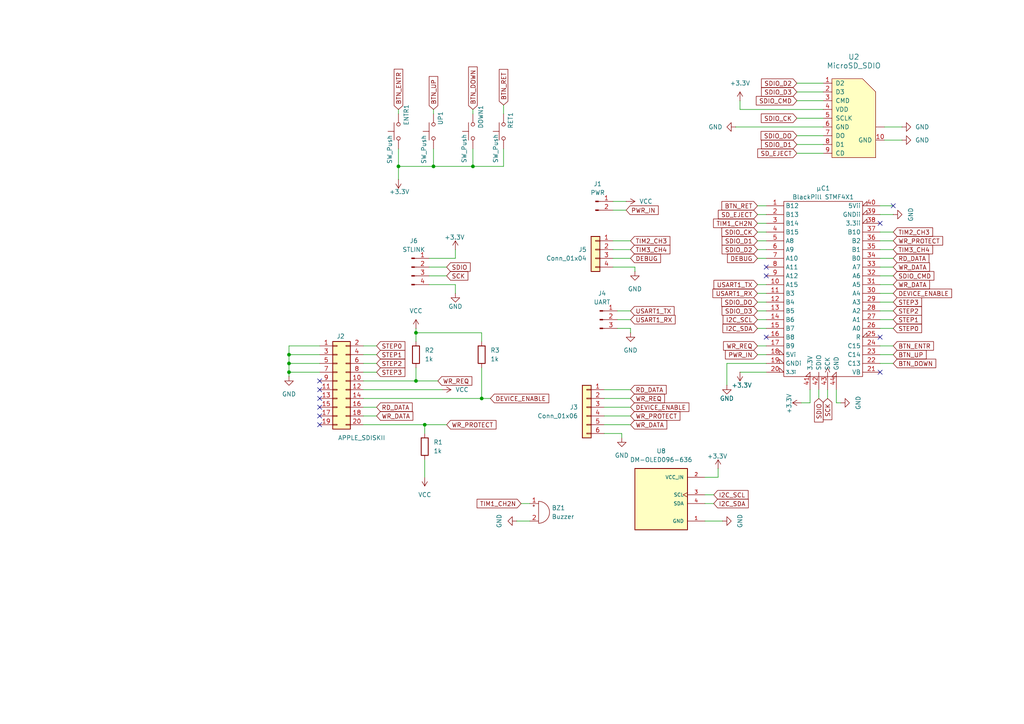
<source format=kicad_sch>
(kicad_sch (version 20231120) (generator "eeschema") (generator_version "8.0")
  (paper "A4")
  (title_block (title "APPLE II DISK EM STM32F401") (rev "20"))
  (lib_symbols
    (symbol "Connector:Conn_01x02_Pin" (pin_names (offset 1.016) hide)
      (property "Reference" "J" (at 0 2.54 0))
      (property "Value" "Conn_01x02_Pin" (at 0 -5.08 0))
      (symbol "Conn_01x02_Pin_1_1"
        (polyline (pts (xy 1.27 -2.54) (xy 0.8636 -2.54)) (stroke (width 0.1524)))
        (polyline (pts (xy 1.27 0) (xy 0.8636 0)) (stroke (width 0.1524)))
        (rectangle (start 0.8636 -2.413) (end 0 -2.667) (stroke (width 0.1524)) (fill (type outline)))
        (rectangle (start 0.8636 0.127) (end 0 -0.127) (stroke (width 0.1524)) (fill (type outline)))
        (pin passive line (at 5.08 0 180) (length 3.81) (name "Pin_1") (number "1"))
        (pin passive line (at 5.08 -2.54 180) (length 3.81) (name "Pin_2") (number "2"))
      )
    )
    (symbol "Connector:Conn_01x03_Pin" (pin_names (offset 1.016) hide)
      (property "Reference" "J" (at 0 5.08 0))
      (property "Value" "Conn_01x03_Pin" (at 0 -5.08 0))
      (symbol "Conn_01x03_Pin_1_1"
        (polyline (pts (xy 1.27 -2.54) (xy 0.8636 -2.54)) (stroke (width 0.1524)))
        (polyline (pts (xy 1.27 0) (xy 0.8636 0)) (stroke (width 0.1524)))
        (polyline (pts (xy 1.27 2.54) (xy 0.8636 2.54)) (stroke (width 0.1524)))
        (rectangle (start 0.8636 -2.413) (end 0 -2.667) (stroke (width 0.1524)) (fill (type outline)))
        (rectangle (start 0.8636 0.127) (end 0 -0.127) (stroke (width 0.1524)) (fill (type outline)))
        (rectangle (start 0.8636 2.667) (end 0 2.413) (stroke (width 0.1524)) (fill (type outline)))
        (pin passive line (at 5.08 2.54 180) (length 3.81) (name "Pin_1") (number "1"))
        (pin passive line (at 5.08 0 180) (length 3.81) (name "Pin_2") (number "2"))
        (pin passive line (at 5.08 -2.54 180) (length 3.81) (name "Pin_3") (number "3"))
      )
    )
    (symbol "Connector:Conn_01x04_Pin" (pin_names (offset 1.016) hide)
      (property "Reference" "J" (at 0 5.08 0))
      (property "Value" "Conn_01x04_Pin" (at 0 -7.62 0))
      (symbol "Conn_01x04_Pin_1_1"
        (polyline (pts (xy 1.27 -5.08) (xy 0.8636 -5.08)) (stroke (width 0.1524)))
        (polyline (pts (xy 1.27 -2.54) (xy 0.8636 -2.54)) (stroke (width 0.1524)))
        (polyline (pts (xy 1.27 0) (xy 0.8636 0)) (stroke (width 0.1524)))
        (polyline (pts (xy 1.27 2.54) (xy 0.8636 2.54)) (stroke (width 0.1524)))
        (rectangle (start 0.8636 -4.953) (end 0 -5.207) (stroke (width 0.1524)) (fill (type outline)))
        (rectangle (start 0.8636 -2.413) (end 0 -2.667) (stroke (width 0.1524)) (fill (type outline)))
        (rectangle (start 0.8636 0.127) (end 0 -0.127) (stroke (width 0.1524)) (fill (type outline)))
        (rectangle (start 0.8636 2.667) (end 0 2.413) (stroke (width 0.1524)) (fill (type outline)))
        (pin passive line (at 5.08 2.54 180) (length 3.81) (name "Pin_1") (number "1"))
        (pin passive line (at 5.08 0 180) (length 3.81) (name "Pin_2") (number "2"))
        (pin passive line (at 5.08 -2.54 180) (length 3.81) (name "Pin_3") (number "3"))
        (pin passive line (at 5.08 -5.08 180) (length 3.81) (name "Pin_4") (number "4"))
      )
    )
    (symbol "Connector_Generic:Conn_01x04" (pin_names (offset 1.016) hide)
      (property "Reference" "J" (at 0 5.08 0))
      (property "Value" "Conn_01x04" (at 0 -7.62 0))
      (symbol "Conn_01x04_1_1"
        (rectangle (start -1.27 -4.953) (end 0 -5.207) (stroke (width 0.1524)))
        (rectangle (start -1.27 -2.413) (end 0 -2.667) (stroke (width 0.1524)))
        (rectangle (start -1.27 0.127) (end 0 -0.127) (stroke (width 0.1524)))
        (rectangle (start -1.27 2.667) (end 0 2.413) (stroke (width 0.1524)))
        (rectangle (start -1.27 3.81) (end 1.27 -6.35) (stroke (width 0.254)) (fill (type background)))
        (pin passive line (at -5.08 2.54 0) (length 3.81) (name "Pin_1") (number "1"))
        (pin passive line (at -5.08 0 0) (length 3.81) (name "Pin_2") (number "2"))
        (pin passive line (at -5.08 -2.54 0) (length 3.81) (name "Pin_3") (number "3"))
        (pin passive line (at -5.08 -5.08 0) (length 3.81) (name "Pin_4") (number "4"))
      )
    )
    (symbol "Connector_Generic:Conn_01x06" (pin_names (offset 1.016) hide)
      (property "Reference" "J" (at 0 7.62 0))
      (property "Value" "Conn_01x06" (at 0 -10.16 0))
      (symbol "Conn_01x06_1_1"
        (rectangle (start -1.27 -7.493) (end 0 -7.747) (stroke (width 0.1524)))
        (rectangle (start -1.27 -4.953) (end 0 -5.207) (stroke (width 0.1524)))
        (rectangle (start -1.27 -2.413) (end 0 -2.667) (stroke (width 0.1524)))
        (rectangle (start -1.27 0.127) (end 0 -0.127) (stroke (width 0.1524)))
        (rectangle (start -1.27 2.667) (end 0 2.413) (stroke (width 0.1524)))
        (rectangle (start -1.27 5.207) (end 0 4.953) (stroke (width 0.1524)))
        (rectangle (start -1.27 6.35) (end 1.27 -8.89) (stroke (width 0.254)) (fill (type background)))
        (pin passive line (at -5.08 5.08 0) (length 3.81) (name "Pin_1") (number "1"))
        (pin passive line (at -5.08 2.54 0) (length 3.81) (name "Pin_2") (number "2"))
        (pin passive line (at -5.08 0 0) (length 3.81) (name "Pin_3") (number "3"))
        (pin passive line (at -5.08 -2.54 0) (length 3.81) (name "Pin_4") (number "4"))
        (pin passive line (at -5.08 -5.08 0) (length 3.81) (name "Pin_5") (number "5"))
        (pin passive line (at -5.08 -7.62 0) (length 3.81) (name "Pin_6") (number "6"))
      )
    )
    (symbol "Connector_Generic:Conn_02x10_Odd_Even" (pin_names (offset 1.016) hide)
      (property "Reference" "J" (at 1.27 12.7 0))
      (property "Value" "Conn_02x10_Odd_Even" (at 1.27 -15.24 0))
      (symbol "Conn_02x10_Odd_Even_1_1"
        (rectangle (start -1.27 -12.573) (end 0 -12.827) (stroke (width 0.1524)))
        (rectangle (start -1.27 -10.033) (end 0 -10.287) (stroke (width 0.1524)))
        (rectangle (start -1.27 -7.493) (end 0 -7.747) (stroke (width 0.1524)))
        (rectangle (start -1.27 -4.953) (end 0 -5.207) (stroke (width 0.1524)))
        (rectangle (start -1.27 -2.413) (end 0 -2.667) (stroke (width 0.1524)))
        (rectangle (start -1.27 0.127) (end 0 -0.127) (stroke (width 0.1524)))
        (rectangle (start -1.27 2.667) (end 0 2.413) (stroke (width 0.1524)))
        (rectangle (start -1.27 5.207) (end 0 4.953) (stroke (width 0.1524)))
        (rectangle (start -1.27 7.747) (end 0 7.493) (stroke (width 0.1524)))
        (rectangle (start -1.27 10.287) (end 0 10.033) (stroke (width 0.1524)))
        (rectangle (start -1.27 11.43) (end 3.81 -13.97) (stroke (width 0.254)) (fill (type background)))
        (rectangle (start 3.81 -12.573) (end 2.54 -12.827) (stroke (width 0.1524)))
        (rectangle (start 3.81 -10.033) (end 2.54 -10.287) (stroke (width 0.1524)))
        (rectangle (start 3.81 -7.493) (end 2.54 -7.747) (stroke (width 0.1524)))
        (rectangle (start 3.81 -4.953) (end 2.54 -5.207) (stroke (width 0.1524)))
        (rectangle (start 3.81 -2.413) (end 2.54 -2.667) (stroke (width 0.1524)))
        (rectangle (start 3.81 0.127) (end 2.54 -0.127) (stroke (width 0.1524)))
        (rectangle (start 3.81 2.667) (end 2.54 2.413) (stroke (width 0.1524)))
        (rectangle (start 3.81 5.207) (end 2.54 4.953) (stroke (width 0.1524)))
        (rectangle (start 3.81 7.747) (end 2.54 7.493) (stroke (width 0.1524)))
        (rectangle (start 3.81 10.287) (end 2.54 10.033) (stroke (width 0.1524)))
        (pin passive line (at -5.08 10.16 0) (length 3.81) (name "Pin_1") (number "1"))
        (pin passive line (at 7.62 0 180) (length 3.81) (name "Pin_10") (number "10"))
        (pin passive line (at -5.08 -2.54 0) (length 3.81) (name "Pin_11") (number "11"))
        (pin passive line (at 7.62 -2.54 180) (length 3.81) (name "Pin_12") (number "12"))
        (pin passive line (at -5.08 -5.08 0) (length 3.81) (name "Pin_13") (number "13"))
        (pin passive line (at 7.62 -5.08 180) (length 3.81) (name "Pin_14") (number "14"))
        (pin passive line (at -5.08 -7.62 0) (length 3.81) (name "Pin_15") (number "15"))
        (pin passive line (at 7.62 -7.62 180) (length 3.81) (name "Pin_16") (number "16"))
        (pin passive line (at -5.08 -10.16 0) (length 3.81) (name "Pin_17") (number "17"))
        (pin passive line (at 7.62 -10.16 180) (length 3.81) (name "Pin_18") (number "18"))
        (pin passive line (at -5.08 -12.7 0) (length 3.81) (name "Pin_19") (number "19"))
        (pin passive line (at 7.62 10.16 180) (length 3.81) (name "Pin_2") (number "2"))
        (pin passive line (at 7.62 -12.7 180) (length 3.81) (name "Pin_20") (number "20"))
        (pin passive line (at -5.08 7.62 0) (length 3.81) (name "Pin_3") (number "3"))
        (pin passive line (at 7.62 7.62 180) (length 3.81) (name "Pin_4") (number "4"))
        (pin passive line (at -5.08 5.08 0) (length 3.81) (name "Pin_5") (number "5"))
        (pin passive line (at 7.62 5.08 180) (length 3.81) (name "Pin_6") (number "6"))
        (pin passive line (at -5.08 2.54 0) (length 3.81) (name "Pin_7") (number "7"))
        (pin passive line (at 7.62 2.54 180) (length 3.81) (name "Pin_8") (number "8"))
        (pin passive line (at -5.08 0 0) (length 3.81) (name "Pin_9") (number "9"))
      )
    )
    (symbol "DM-OLED096-636:DM-OLED096-636" (pin_names (offset 1.016))
      (property "Reference" "U" (at -7.62 10.922 0))
      (property "Value" "DM-OLED096-636" (at -7.62 -10.16 0))
      (symbol "DM-OLED096-636_0_0"
        (rectangle (start -7.62 -7.62) (end 7.62 10.16) (stroke (width 0.254)) (fill (type background)))
        (pin power_in line (at 12.7 -5.08 180) (length 5.08) (name "GND") (number "1"))
        (pin power_in line (at 12.7 7.62 180) (length 5.08) (name "VCC_IN") (number "2"))
        (pin input clock (at 12.7 2.54 180) (length 5.08) (name "SCL") (number "3"))
        (pin bidirectional line (at 12.7 0 180) (length 5.08) (name "SDA") (number "4"))
      )
    )
    (symbol "Device:Buzzer" (pin_names (offset 0.0254) hide)
      (property "Reference" "BZ" (at 3.81 1.27 0))
      (property "Value" "Buzzer" (at 3.81 -1.27 0))
      (symbol "Buzzer_0_1"
        (arc (start 0 -3.175) (mid 3.1612 0) (end 0 3.175))
        (polyline (pts (xy -1.651 1.905) (xy -1.143 1.905)))
        (polyline (pts (xy -1.397 2.159) (xy -1.397 1.651)))
        (polyline (pts (xy 0 3.175) (xy 0 -3.175)))
      )
      (symbol "Buzzer_1_1"
        (pin passive line (at -2.54 2.54 0) (length 2.54) (name "+") (number "1"))
        (pin passive line (at -2.54 -2.54 0) (length 2.54) (name "-") (number "2"))
      )
    )
    (symbol "Device:R" (pin_numbers hide) (pin_names (offset 0))
      (property "Reference" "R" (at 2.032 0 90))
      (property "Value" "R" (at 0 0 90))
      (symbol "R_0_1"
        (rectangle (start -1.016 -2.54) (end 1.016 2.54) (stroke (width 0.254)))
      )
      (symbol "R_1_1"
        (pin passive line (at 0 3.81 270) (length 1.27) (name "~") (number "1"))
        (pin passive line (at 0 -3.81 90) (length 1.27) (name "~") (number "2"))
      )
    )
    (symbol "Switch:SW_Push" (pin_numbers hide) (pin_names (offset 1.016) hide)
      (property "Reference" "SW" (at 1.27 2.54 0))
      (property "Value" "SW_Push" (at 0 -1.524 0))
      (symbol "SW_Push_0_1"
        (circle (center -2.032 0) (radius 0.508))
        (polyline (pts (xy 0 1.27) (xy 0 3.048)))
        (polyline (pts (xy 2.54 1.27) (xy -2.54 1.27)))
        (circle (center 2.032 0) (radius 0.508))
        (pin passive line (at -5.08 0 0) (length 2.54) (name "1") (number "1"))
        (pin passive line (at 5.08 0 180) (length 2.54) (name "2") (number "2"))
      )
    )
    (symbol "microsd_spi_cd:MicroSD_SPI_CD" (pin_names (offset 1.016))
      (property "Reference" "U2" (at 0 17.78 0))
      (property "Value" "MicroSD_SDIO" (at 0 15.24 0))
      (symbol "MicroSD_SPI_CD_0_1"
        (polyline (pts (xy 6.35 11.43) (xy 6.35 -11.43) (xy -6.35 -11.43) (xy -6.35 7.62) (xy -2.54 11.43) (xy 6.35 11.43)) (fill (type background)))
      )
      (symbol "MicroSD_SPI_CD_1_1"
        (pin input line (at 8.89 10.16 180) (length 2.54) (name "D2") (number "1"))
        (pin input line (at -8.89 -6.35 0) (length 2.54) (name "GND") (number "10"))
        (pin input line (at 8.89 7.62 180) (length 2.54) (name "D3") (number "2"))
        (pin input line (at 8.89 5.08 180) (length 2.54) (name "CMD") (number "3"))
        (pin input line (at 8.89 2.54 180) (length 2.54) (name "VDD") (number "4"))
        (pin input line (at 8.89 0 180) (length 2.54) (name "SCLK") (number "5"))
        (pin input line (at 8.89 -2.54 180) (length 2.54) (name "GND") (number "6"))
        (pin input line (at 8.89 -5.08 180) (length 2.54) (name "DO") (number "7"))
        (pin input line (at 8.89 -7.62 180) (length 2.54) (name "D1") (number "8"))
        (pin input line (at 8.89 -10.16 180) (length 2.54) (name "CD") (number "9"))
        (pin input line (at -8.89 -2.54 0) (length 2.54) (name "~") (number "~"))
      )
    )
    (symbol "muControllers_other:BlackPill"
      (property "Reference" "μC1" (at 0 29.21 0))
      (property "Value" "BlackPill STMF4X1" (at 0 26.67 0))
      (symbol "BlackPill_0_1"
        (rectangle (start -11.43 25.4) (end 11.43 -25.4))
      )
      (symbol "BlackPill_1_1"
        (pin bidirectional line (at -16.51 24.13 0) (length 5.08) (name "B12") (number "1"))
        (pin bidirectional line (at -16.51 1.27 0) (length 5.08) (name "A15") (number "10"))
        (pin bidirectional line (at -16.51 -1.27 0) (length 5.08) (name "B3") (number "11"))
        (pin bidirectional line (at -16.51 -3.81 0) (length 5.08) (name "B4") (number "12"))
        (pin bidirectional line (at -16.51 -6.35 0) (length 5.08) (name "B5") (number "13"))
        (pin bidirectional line (at -16.51 -8.89 0) (length 5.08) (name "B6") (number "14"))
        (pin bidirectional line (at -16.51 -11.43 0) (length 5.08) (name "B7") (number "15"))
        (pin bidirectional line (at -16.51 -13.97 0) (length 5.08) (name "B8") (number "16"))
        (pin bidirectional line (at -16.51 -16.51 0) (length 5.08) (name "B9") (number "17"))
        (pin power_in input_low (at -16.51 -19.05 0) (length 5.08) (name "5Vi") (number "18"))
        (pin power_in input_low (at -16.51 -21.59 0) (length 5.08) (name "GNDi") (number "19"))
        (pin bidirectional line (at -16.51 21.59 0) (length 5.08) (name "B13") (number "2"))
        (pin power_in input_low (at -16.51 -24.13 0) (length 5.08) (name "3.3i") (number "20"))
        (pin bidirectional line (at 16.51 -24.13 180) (length 5.08) (name "VB") (number "21"))
        (pin bidirectional line (at 16.51 -21.59 180) (length 5.08) (name "C13") (number "22"))
        (pin bidirectional line (at 16.51 -19.05 180) (length 5.08) (name "C14") (number "23"))
        (pin bidirectional line (at 16.51 -16.51 180) (length 5.08) (name "C15") (number "24"))
        (pin input input_low (at 16.51 -13.97 180) (length 5.08) (name "R") (number "25"))
        (pin bidirectional line (at 16.51 -11.43 180) (length 5.08) (name "A0") (number "26"))
        (pin bidirectional line (at 16.51 -8.89 180) (length 5.08) (name "A1") (number "27"))
        (pin bidirectional line (at 16.51 -6.35 180) (length 5.08) (name "A2") (number "28"))
        (pin bidirectional line (at 16.51 -3.81 180) (length 5.08) (name "A3") (number "29"))
        (pin bidirectional line (at -16.51 19.05 0) (length 5.08) (name "B14") (number "3"))
        (pin bidirectional line (at 16.51 -1.27 180) (length 5.08) (name "A4") (number "30"))
        (pin bidirectional line (at 16.51 1.27 180) (length 5.08) (name "A5") (number "31"))
        (pin bidirectional line (at 16.51 3.81 180) (length 5.08) (name "A6") (number "32"))
        (pin bidirectional line (at 16.51 6.35 180) (length 5.08) (name "A7") (number "33"))
        (pin bidirectional line (at 16.51 8.89 180) (length 5.08) (name "B0") (number "34"))
        (pin bidirectional line (at 16.51 11.43 180) (length 5.08) (name "B1") (number "35"))
        (pin bidirectional line (at 16.51 13.97 180) (length 5.08) (name "B2") (number "36"))
        (pin bidirectional line (at 16.51 16.51 180) (length 5.08) (name "B10") (number "37"))
        (pin power_in input_low (at 16.51 19.05 180) (length 5.08) (name "3.3ii") (number "38"))
        (pin power_in input_low (at 16.51 21.59 180) (length 5.08) (name "GNDii") (number "39"))
        (pin bidirectional line (at -16.51 16.51 0) (length 5.08) (name "B15") (number "4"))
        (pin power_in input_low (at 16.51 24.13 180) (length 5.08) (name "5Vii") (number "40"))
        (pin power_in input_low (at -3.81 -29.21 90) (length 5.08) (name "3.3V") (number "41"))
        (pin bidirectional line (at -1.27 -29.21 90) (length 5.08) (name "SDIO") (number "42"))
        (pin bidirectional clock (at 1.27 -29.21 90) (length 5.08) (name "SCK") (number "43"))
        (pin power_in input_low (at 3.81 -29.21 90) (length 5.08) (name "GND") (number "44"))
        (pin bidirectional line (at -16.51 13.97 0) (length 5.08) (name "A8") (number "5"))
        (pin bidirectional line (at -16.51 11.43 0) (length 5.08) (name "A9") (number "6"))
        (pin bidirectional line (at -16.51 8.89 0) (length 5.08) (name "A10") (number "7"))
        (pin bidirectional line (at -16.51 6.35 0) (length 5.08) (name "A11") (number "8"))
        (pin bidirectional line (at -16.51 3.81 0) (length 5.08) (name "A12") (number "9"))
      )
    )
    (symbol "power:+3.3V" (power) (pin_numbers hide) (pin_names (offset 0) hide)
      (property "Value" "+3.3V" (at 0 3.556 0))
      (symbol "+3.3V_0_1"
        (polyline (pts (xy -0.762 1.27) (xy 0 2.54)))
        (polyline (pts (xy 0 0) (xy 0 2.54)))
        (polyline (pts (xy 0 2.54) (xy 0.762 1.27)))
      )
      (symbol "+3.3V_1_1"
        (pin power_in line (at 0 0 90) (length 0) (name "~") (number "1"))
      )
    )
    (symbol "power:GND" (power) (pin_numbers hide) (pin_names (offset 0) hide)
      (property "Value" "GND" (at 0 -3.81 0))
      (symbol "GND_0_1"
        (polyline (pts (xy 0 0) (xy 0 -1.27) (xy 1.27 -1.27) (xy 0 -2.54) (xy -1.27 -1.27) (xy 0 -1.27)))
      )
      (symbol "GND_1_1"
        (pin power_in line (at 0 0 270) (length 0) (name "~") (number "1"))
      )
    )
    (symbol "power:VCC" (power) (pin_numbers hide) (pin_names (offset 0) hide)
      (property "Value" "VCC" (at 0 3.556 0))
      (symbol "VCC_0_1"
        (polyline (pts (xy -0.762 1.27) (xy 0 2.54)))
        (polyline (pts (xy 0 0) (xy 0 2.54)))
        (polyline (pts (xy 0 2.54) (xy 0.762 1.27)))
      )
      (symbol "VCC_1_1"
        (pin power_in line (at 0 0 90) (length 0) (name "~") (number "1"))
      )
    )
  )
  (junction (at 115.57 48.26))
  (junction (at 123.19 123.19))
  (junction (at 83.82 105.41))
  (junction (at 120.65 96.52))
  (junction (at 137.16 48.26))
  (junction (at 139.7 115.57))
  (junction (at 83.82 102.87))
  (junction (at 120.65 110.49))
  (junction (at 125.73 48.26))
  (junction (at 83.82 107.95))
  (no_connect (at 92.71 123.19))
  (no_connect (at 92.71 120.65))
  (no_connect (at 222.25 77.47))
  (no_connect (at 92.71 115.57))
  (no_connect (at 259.08 59.69))
  (no_connect (at 92.71 118.11))
  (no_connect (at 222.25 80.01))
  (no_connect (at 255.27 107.95))
  (no_connect (at 255.27 97.79))
  (no_connect (at 92.71 113.03))
  (no_connect (at 92.71 110.49))
  (no_connect (at 255.27 64.77))
  (no_connect (at 222.25 97.79))
  (wire (pts (xy 219.71 69.85) (xy 222.25 69.85)))
  (wire (pts (xy 115.57 31.75) (xy 115.57 33.02)))
  (wire (pts (xy 137.16 31.75) (xy 137.16 33.02)))
  (wire (pts (xy 204.47 151.13) (xy 209.55 151.13)))
  (wire (pts (xy 179.07 92.71) (xy 182.88 92.71)))
  (wire (pts (xy 151.13 146.05) (xy 153.67 146.05)))
  (wire (pts (xy 219.71 72.39) (xy 222.25 72.39)))
  (wire (pts (xy 219.71 85.09) (xy 222.25 85.09)))
  (wire (pts (xy 120.65 95.25) (xy 120.65 96.52)))
  (wire (pts (xy 83.82 107.95) (xy 83.82 109.22)))
  (wire (pts (xy 132.08 82.55) (xy 132.08 85.09)))
  (wire (pts (xy 105.41 113.03) (xy 128.27 113.03)))
  (wire (pts (xy 255.27 77.47) (xy 259.08 77.47)))
  (wire (pts (xy 231.14 41.91) (xy 238.76 41.91)))
  (wire (pts (xy 232.41 116.84) (xy 234.95 116.84)))
  (wire (pts (xy 213.36 36.83) (xy 238.76 36.83)))
  (wire (pts (xy 139.7 99.06) (xy 139.7 96.52)))
  (wire (pts (xy 83.82 102.87) (xy 92.71 102.87)))
  (wire (pts (xy 242.57 116.84) (xy 243.84 116.84)))
  (wire (pts (xy 83.82 105.41) (xy 83.82 107.95)))
  (wire (pts (xy 132.08 74.93) (xy 132.08 72.39)))
  (wire (pts (xy 179.07 90.17) (xy 182.88 90.17)))
  (wire (pts (xy 255.27 82.55) (xy 259.08 82.55)))
  (wire (pts (xy 123.19 123.19) (xy 123.19 125.73)))
  (wire (pts (xy 175.26 118.11) (xy 182.88 118.11)))
  (wire (pts (xy 83.82 102.87) (xy 83.82 105.41)))
  (wire (pts (xy 175.26 113.03) (xy 182.88 113.03)))
  (wire (pts (xy 124.46 80.01) (xy 129.54 80.01)))
  (wire (pts (xy 137.16 48.26) (xy 146.05 48.26)))
  (wire (pts (xy 219.71 95.25) (xy 222.25 95.25)))
  (wire (pts (xy 255.27 102.87) (xy 259.08 102.87)))
  (wire (pts (xy 105.41 102.87) (xy 109.22 102.87)))
  (wire (pts (xy 219.71 59.69) (xy 222.25 59.69)))
  (wire (pts (xy 180.34 125.73) (xy 180.34 127)))
  (wire (pts (xy 231.14 29.21) (xy 238.76 29.21)))
  (wire (pts (xy 255.27 67.31) (xy 259.08 67.31)))
  (wire (pts (xy 92.71 100.33) (xy 83.82 100.33)))
  (wire (pts (xy 177.8 72.39) (xy 182.88 72.39)))
  (wire (pts (xy 255.27 85.09) (xy 259.08 85.09)))
  (wire (pts (xy 105.41 107.95) (xy 109.22 107.95)))
  (wire (pts (xy 255.27 69.85) (xy 259.08 69.85)))
  (wire (pts (xy 124.46 77.47) (xy 129.54 77.47)))
  (wire (pts (xy 208.28 138.43) (xy 208.28 135.89)))
  (wire (pts (xy 214.63 29.21) (xy 214.63 31.75)))
  (wire (pts (xy 219.71 74.93) (xy 222.25 74.93)))
  (wire (pts (xy 256.54 40.64) (xy 261.62 40.64)))
  (wire (pts (xy 182.88 95.25) (xy 182.88 96.52)))
  (wire (pts (xy 210.82 111.76) (xy 210.82 105.41)))
  (wire (pts (xy 242.57 113.03) (xy 242.57 116.84)))
  (wire (pts (xy 219.71 100.33) (xy 222.25 100.33)))
  (wire (pts (xy 149.86 151.13) (xy 153.67 151.13)))
  (wire (pts (xy 125.73 31.75) (xy 125.73 33.02)))
  (wire (pts (xy 123.19 133.35) (xy 123.19 138.43)))
  (wire (pts (xy 255.27 90.17) (xy 259.08 90.17)))
  (wire (pts (xy 175.26 115.57) (xy 182.88 115.57)))
  (wire (pts (xy 175.26 125.73) (xy 180.34 125.73)))
  (wire (pts (xy 255.27 100.33) (xy 259.08 100.33)))
  (wire (pts (xy 125.73 48.26) (xy 115.57 48.26)))
  (wire (pts (xy 83.82 105.41) (xy 92.71 105.41)))
  (wire (pts (xy 105.41 110.49) (xy 120.65 110.49)))
  (wire (pts (xy 219.71 90.17) (xy 222.25 90.17)))
  (wire (pts (xy 237.49 113.03) (xy 237.49 115.57)))
  (wire (pts (xy 255.27 105.41) (xy 259.08 105.41)))
  (wire (pts (xy 146.05 30.48) (xy 146.05 33.02)))
  (wire (pts (xy 204.47 143.51) (xy 207.01 143.51)))
  (wire (pts (xy 120.65 110.49) (xy 127 110.49)))
  (wire (pts (xy 125.73 43.18) (xy 125.73 48.26)))
  (wire (pts (xy 139.7 106.68) (xy 139.7 115.57)))
  (wire (pts (xy 234.95 113.03) (xy 234.95 116.84)))
  (wire (pts (xy 219.71 102.87) (xy 222.25 102.87)))
  (wire (pts (xy 175.26 123.19) (xy 182.88 123.19)))
  (wire (pts (xy 146.05 43.18) (xy 146.05 48.26)))
  (wire (pts (xy 123.19 123.19) (xy 129.54 123.19)))
  (wire (pts (xy 105.41 100.33) (xy 109.22 100.33)))
  (wire (pts (xy 214.63 31.75) (xy 238.76 31.75)))
  (wire (pts (xy 179.07 95.25) (xy 182.88 95.25)))
  (wire (pts (xy 214.63 107.95) (xy 222.25 107.95)))
  (wire (pts (xy 219.71 62.23) (xy 222.25 62.23)))
  (wire (pts (xy 105.41 105.41) (xy 109.22 105.41)))
  (wire (pts (xy 125.73 48.26) (xy 137.16 48.26)))
  (wire (pts (xy 120.65 106.68) (xy 120.65 110.49)))
  (wire (pts (xy 105.41 123.19) (xy 123.19 123.19)))
  (wire (pts (xy 231.14 39.37) (xy 238.76 39.37)))
  (wire (pts (xy 255.27 59.69) (xy 259.08 59.69)))
  (wire (pts (xy 240.03 113.03) (xy 240.03 115.57)))
  (wire (pts (xy 255.27 72.39) (xy 259.08 72.39)))
  (wire (pts (xy 137.16 43.18) (xy 137.16 48.26)))
  (wire (pts (xy 83.82 107.95) (xy 92.71 107.95)))
  (wire (pts (xy 177.8 74.93) (xy 182.88 74.93)))
  (wire (pts (xy 177.8 69.85) (xy 182.88 69.85)))
  (wire (pts (xy 255.27 95.25) (xy 259.08 95.25)))
  (wire (pts (xy 231.14 44.45) (xy 238.76 44.45)))
  (wire (pts (xy 115.57 48.26) (xy 115.57 52.07)))
  (wire (pts (xy 139.7 115.57) (xy 142.24 115.57)))
  (wire (pts (xy 177.8 60.96) (xy 181.61 60.96)))
  (wire (pts (xy 120.65 96.52) (xy 139.7 96.52)))
  (wire (pts (xy 204.47 138.43) (xy 208.28 138.43)))
  (wire (pts (xy 210.82 105.41) (xy 222.25 105.41)))
  (wire (pts (xy 255.27 62.23) (xy 259.08 62.23)))
  (wire (pts (xy 105.41 118.11) (xy 109.22 118.11)))
  (wire (pts (xy 204.47 146.05) (xy 207.01 146.05)))
  (wire (pts (xy 177.8 58.42) (xy 181.61 58.42)))
  (wire (pts (xy 219.71 92.71) (xy 222.25 92.71)))
  (wire (pts (xy 231.14 24.13) (xy 238.76 24.13)))
  (wire (pts (xy 255.27 80.01) (xy 259.08 80.01)))
  (wire (pts (xy 175.26 120.65) (xy 182.88 120.65)))
  (wire (pts (xy 256.54 36.83) (xy 261.62 36.83)))
  (wire (pts (xy 231.14 26.67) (xy 238.76 26.67)))
  (wire (pts (xy 255.27 74.93) (xy 259.08 74.93)))
  (wire (pts (xy 124.46 74.93) (xy 132.08 74.93)))
  (wire (pts (xy 219.71 82.55) (xy 222.25 82.55)))
  (wire (pts (xy 219.71 64.77) (xy 222.25 64.77)))
  (wire (pts (xy 219.71 87.63) (xy 222.25 87.63)))
  (wire (pts (xy 177.8 77.47) (xy 184.15 77.47)))
  (wire (pts (xy 115.57 43.18) (xy 115.57 48.26)))
  (wire (pts (xy 105.41 120.65) (xy 109.22 120.65)))
  (wire (pts (xy 184.15 77.47) (xy 184.15 78.74)))
  (wire (pts (xy 124.46 82.55) (xy 132.08 82.55)))
  (wire (pts (xy 83.82 100.33) (xy 83.82 102.87)))
  (wire (pts (xy 105.41 115.57) (xy 139.7 115.57)))
  (wire (pts (xy 255.27 92.71) (xy 259.08 92.71)))
  (wire (pts (xy 120.65 96.52) (xy 120.65 99.06)))
  (wire (pts (xy 219.71 67.31) (xy 222.25 67.31)))
  (wire (pts (xy 231.14 34.29) (xy 238.76 34.29)))
  (wire (pts (xy 255.27 87.63) (xy 259.08 87.63)))
  (global_label "USART1_RX" (shape input) (at 219.71 85.09 180) (property "Intersheetrefs" "${INTERSHEET_REFS}" (effects (hide yes))))
  (global_label "STEP3" (shape input) (at 109.22 107.95 0) (property "Intersheetrefs" "${INTERSHEET_REFS}" (effects (hide yes))))
  (global_label "USART1_TX" (shape input) (at 182.88 90.17 0) (property "Intersheetrefs" "${INTERSHEET_REFS}" (effects (hide yes))))
  (global_label "WR_DATA" (shape input) (at 182.88 123.19 0) (property "Intersheetrefs" "${INTERSHEET_REFS}" (effects (hide yes))))
  (global_label "STEP0" (shape input) (at 109.22 100.33 0) (property "Intersheetrefs" "${INTERSHEET_REFS}" (effects (hide yes))))
  (global_label "DEBUG" (shape input) (at 182.88 74.93 0) (property "Intersheetrefs" "${INTERSHEET_REFS}" (effects (hide yes))))
  (global_label "SDIO_D3" (shape input) (at 219.71 90.17 180) (property "Intersheetrefs" "${INTERSHEET_REFS}" (effects (hide yes))))
  (global_label "SDIO_CK" (shape input) (at 231.14 34.29 180) (property "Intersheetrefs" "${INTERSHEET_REFS}" (effects (hide yes))))
  (global_label "TIM3_CH4" (shape input) (at 182.88 72.39 0) (property "Intersheetrefs" "${INTERSHEET_REFS}" (effects (hide yes))))
  (global_label "SCK" (shape input) (at 240.03 115.57 270) (property "Intersheetrefs" "${INTERSHEET_REFS}" (effects (hide yes))))
  (global_label "SDIO_D2" (shape input) (at 231.14 24.13 180) (property "Intersheetrefs" "${INTERSHEET_REFS}" (effects (hide yes))))
  (global_label "WR_DATA" (shape input) (at 259.08 77.47 0) (property "Intersheetrefs" "${INTERSHEET_REFS}" (effects (hide yes))))
  (global_label "SDIO_CK" (shape input) (at 219.71 67.31 180) (property "Intersheetrefs" "${INTERSHEET_REFS}" (effects (hide yes))))
  (global_label "I2C_SCL" (shape input) (at 219.71 92.71 180) (property "Intersheetrefs" "${INTERSHEET_REFS}" (effects (hide yes))))
  (global_label "STEP2" (shape input) (at 109.22 105.41 0) (property "Intersheetrefs" "${INTERSHEET_REFS}" (effects (hide yes))))
  (global_label "SDIO" (shape input) (at 129.54 77.47 0) (property "Intersheetrefs" "${INTERSHEET_REFS}" (effects (hide yes))))
  (global_label "STEP1" (shape input) (at 259.08 92.71 0) (property "Intersheetrefs" "${INTERSHEET_REFS}" (effects (hide yes))))
  (global_label "SDIO_DO" (shape input) (at 219.71 87.63 180) (property "Intersheetrefs" "${INTERSHEET_REFS}" (effects (hide yes))))
  (global_label "SCK" (shape input) (at 129.54 80.01 0) (property "Intersheetrefs" "${INTERSHEET_REFS}" (effects (hide yes))))
  (global_label "SDIO_D2" (shape input) (at 219.71 72.39 180) (property "Intersheetrefs" "${INTERSHEET_REFS}" (effects (hide yes))))
  (global_label "DEVICE_ENABLE" (shape input) (at 259.08 85.09 0) (property "Intersheetrefs" "${INTERSHEET_REFS}" (effects (hide yes))))
  (global_label "TIM1_CH2N" (shape input) (at 219.71 64.77 180) (property "Intersheetrefs" "${INTERSHEET_REFS}" (effects (hide yes))))
  (global_label "BTN_UP" (shape input) (at 125.73 31.75 90) (property "Intersheetrefs" "${INTERSHEET_REFS}" (effects (hide yes))))
  (global_label "SD_EJECT" (shape input) (at 219.71 62.23 180) (property "Intersheetrefs" "${INTERSHEET_REFS}" (effects (hide yes))))
  (global_label "SD_EJECT" (shape input) (at 231.14 44.45 180) (property "Intersheetrefs" "${INTERSHEET_REFS}" (effects (hide yes))))
  (global_label "USART1_TX" (shape input) (at 219.71 82.55 180) (property "Intersheetrefs" "${INTERSHEET_REFS}" (effects (hide yes))))
  (global_label "USART1_RX" (shape input) (at 182.88 92.71 0) (property "Intersheetrefs" "${INTERSHEET_REFS}" (effects (hide yes))))
  (global_label "STEP0" (shape input) (at 259.08 95.25 0) (property "Intersheetrefs" "${INTERSHEET_REFS}" (effects (hide yes))))
  (global_label "BTN_DOWN" (shape input) (at 259.08 105.41 0) (property "Intersheetrefs" "${INTERSHEET_REFS}" (effects (hide yes))))
  (global_label "WR_DATA" (shape input) (at 109.22 120.65 0) (property "Intersheetrefs" "${INTERSHEET_REFS}" (effects (hide yes))))
  (global_label "I2C_SDA" (shape input) (at 219.71 95.25 180) (property "Intersheetrefs" "${INTERSHEET_REFS}" (effects (hide yes))))
  (global_label "RD_DATA" (shape input) (at 109.22 118.11 0) (property "Intersheetrefs" "${INTERSHEET_REFS}" (effects (hide yes))))
  (global_label "SDIO_DO" (shape input) (at 231.14 39.37 180) (property "Intersheetrefs" "${INTERSHEET_REFS}" (effects (hide yes))))
  (global_label "WR_REQ" (shape input) (at 127 110.49 0) (property "Intersheetrefs" "${INTERSHEET_REFS}" (effects (hide yes))))
  (global_label "DEVICE_ENABLE" (shape input) (at 182.88 118.11 0) (property "Intersheetrefs" "${INTERSHEET_REFS}" (effects (hide yes))))
  (global_label "SDIO_CMD" (shape input) (at 231.14 29.21 180) (property "Intersheetrefs" "${INTERSHEET_REFS}" (effects (hide yes))))
  (global_label "WR_DATA" (shape input) (at 259.08 82.55 0) (property "Intersheetrefs" "${INTERSHEET_REFS}" (effects (hide yes))))
  (global_label "DEBUG" (shape input) (at 219.71 74.93 180) (property "Intersheetrefs" "${INTERSHEET_REFS}" (effects (hide yes))))
  (global_label "TIM2_CH3" (shape input) (at 182.88 69.85 0) (property "Intersheetrefs" "${INTERSHEET_REFS}" (effects (hide yes))))
  (global_label "WR_PROTECT" (shape input) (at 182.88 120.65 0) (property "Intersheetrefs" "${INTERSHEET_REFS}" (effects (hide yes))))
  (global_label "SDIO_D1" (shape input) (at 231.14 41.91 180) (property "Intersheetrefs" "${INTERSHEET_REFS}" (effects (hide yes))))
  (global_label "RD_DATA" (shape input) (at 259.08 74.93 0) (property "Intersheetrefs" "${INTERSHEET_REFS}" (effects (hide yes))))
  (global_label "WR_PROTECT" (shape input) (at 129.54 123.19 0) (property "Intersheetrefs" "${INTERSHEET_REFS}" (effects (hide yes))))
  (global_label "SDIO_CMD" (shape input) (at 259.08 80.01 0) (property "Intersheetrefs" "${INTERSHEET_REFS}" (effects (hide yes))))
  (global_label "WR_REQ" (shape input) (at 182.88 115.57 0) (property "Intersheetrefs" "${INTERSHEET_REFS}" (effects (hide yes))))
  (global_label "PWR_IN" (shape input) (at 181.61 60.96 0) (property "Intersheetrefs" "${INTERSHEET_REFS}" (effects (hide yes))))
  (global_label "STEP2" (shape input) (at 259.08 90.17 0) (property "Intersheetrefs" "${INTERSHEET_REFS}" (effects (hide yes))))
  (global_label "WR_PROTECT" (shape input) (at 259.08 69.85 0) (property "Intersheetrefs" "${INTERSHEET_REFS}" (effects (hide yes))))
  (global_label "TIM3_CH4" (shape input) (at 259.08 72.39 0) (property "Intersheetrefs" "${INTERSHEET_REFS}" (effects (hide yes))))
  (global_label "BTN_UP" (shape input) (at 259.08 102.87 0) (property "Intersheetrefs" "${INTERSHEET_REFS}" (effects (hide yes))))
  (global_label "BTN_ENTR" (shape input) (at 259.08 100.33 0) (property "Intersheetrefs" "${INTERSHEET_REFS}" (effects (hide yes))))
  (global_label "STEP3" (shape input) (at 259.08 87.63 0) (property "Intersheetrefs" "${INTERSHEET_REFS}" (effects (hide yes))))
  (global_label "TIM2_CH3" (shape input) (at 259.08 67.31 0) (property "Intersheetrefs" "${INTERSHEET_REFS}" (effects (hide yes))))
  (global_label "SDIO_D3" (shape input) (at 231.14 26.67 180) (property "Intersheetrefs" "${INTERSHEET_REFS}" (effects (hide yes))))
  (global_label "SDIO_D1" (shape input) (at 219.71 69.85 180) (property "Intersheetrefs" "${INTERSHEET_REFS}" (effects (hide yes))))
  (global_label "I2C_SCL" (shape input) (at 207.01 143.51 0) (property "Intersheetrefs" "${INTERSHEET_REFS}" (effects (hide yes))))
  (global_label "PWR_IN" (shape input) (at 219.71 102.87 180) (property "Intersheetrefs" "${INTERSHEET_REFS}" (effects (hide yes))))
  (global_label "RD_DATA" (shape input) (at 182.88 113.03 0) (property "Intersheetrefs" "${INTERSHEET_REFS}" (effects (hide yes))))
  (global_label "BTN_ENTR" (shape input) (at 115.57 31.75 90) (property "Intersheetrefs" "${INTERSHEET_REFS}" (effects (hide yes))))
  (global_label "I2C_SDA" (shape input) (at 207.01 146.05 0) (property "Intersheetrefs" "${INTERSHEET_REFS}" (effects (hide yes))))
  (global_label "STEP1" (shape input) (at 109.22 102.87 0) (property "Intersheetrefs" "${INTERSHEET_REFS}" (effects (hide yes))))
  (global_label "WR_REQ" (shape input) (at 219.71 100.33 180) (property "Intersheetrefs" "${INTERSHEET_REFS}" (effects (hide yes))))
  (global_label "TIM1_CH2N" (shape input) (at 151.13 146.05 180) (property "Intersheetrefs" "${INTERSHEET_REFS}" (effects (hide yes))))
  (global_label "BTN_RET" (shape input) (at 146.05 30.48 90) (property "Intersheetrefs" "${INTERSHEET_REFS}" (effects (hide yes))))
  (global_label "SDIO" (shape input) (at 237.49 115.57 270) (property "Intersheetrefs" "${INTERSHEET_REFS}" (effects (hide yes))))
  (global_label "BTN_RET" (shape input) (at 219.71 59.69 180) (property "Intersheetrefs" "${INTERSHEET_REFS}" (effects (hide yes))))
  (global_label "DEVICE_ENABLE" (shape input) (at 142.24 115.57 0) (property "Intersheetrefs" "${INTERSHEET_REFS}" (effects (hide yes))))
  (global_label "BTN_DOWN" (shape input) (at 137.16 31.75 90) (property "Intersheetrefs" "${INTERSHEET_REFS}" (effects (hide yes))))
  (symbol (lib_id "power:+3.3V") (at 132.08 72.39 0) (unit 1)
    (property "Reference" "#PWR011" (effects (hide yes)))
    (property "Value" "+3.3V" (at 131.826 68.834 0))
    (property "Description" "Power symbol creates a global label with name \"+3.3V\"" (effects (hide yes)))
  )
  (symbol (lib_id "power:GND") (at 182.88 96.52 0) (mirror y) (unit 1)
    (property "Reference" "#PWR03" (effects (hide yes)))
    (property "Value" "GND" (at 182.88 101.6 0))
    (property "Description" "Power symbol creates a global label with name \"GND\" , ground" (effects (hide yes)))
  )
  (symbol (lib_id "power:GND") (at 210.82 111.76 0) (mirror y) (unit 1)
    (property "Reference" "#PWR025" (effects (hide yes)))
    (property "Value" "GND" (at 210.82 115.57 0))
    (property "Description" "Power symbol creates a global label with name \"GND\" , ground" (effects (hide yes)))
  )
  (symbol (lib_id "DM-OLED096-636:DM-OLED096-636") (at 191.77 146.05 0) (unit 1)
    (property "Reference" "U8" (at 191.77 130.81 0))
    (property "Value" "DM-OLED096-636" (at 191.77 133.35 0))
    (property "Footprint" "DM-OLED096-636:MODULE_DM-OLED096-636" (effects (hide yes)))
    (property "MF" "Display Module" (effects (hide yes)))
    (property "MAXIMUM_PACKAGE_HEIGHT" "11.3 mm" (effects (hide yes)))
    (property "Package" "Package" (effects (hide yes)))
    (property "Price" "None" (effects (hide yes)))
    (property "Check_prices" "https://www.snapeda.com/parts/DM-OLED096-636/Display+Module/view-part/?ref=eda" (effects (hide yes)))
    (property "STANDARD" "Manufacturer Recommendations" (effects (hide yes)))
    (property "PARTREV" "2018-09-10" (effects (hide yes)))
    (property "SnapEDA_Link" "https://www.snapeda.com/parts/DM-OLED096-636/Display+Module/view-part/?ref=snap" (effects (hide yes)))
    (property "MP" "DM-OLED096-636" (effects (hide yes)))
    (property "Description_1" "\n0.96” 128 X 64 MONOCHROME GRAPHIC OLED DISPLAY MODULE - I2C\n" (effects (hide yes)))
    (property "Availability" "Not in stock" (effects (hide yes)))
    (property "MANUFACTURER" "Displaymodule" (effects (hide yes)))
  )
  (symbol (lib_id "Device:R") (at 120.65 102.87 0) (unit 1)
    (property "Reference" "R2" (at 123.19 101.5999 0) (effects (justify left)))
    (property "Value" "1k" (at 123.19 104.1399 0) (effects (justify left)))
    (property "Footprint" "Resistor_THT:R_Axial_DIN0207_L6.3mm_D2.5mm_P10.16mm_Horizontal" (effects (hide yes)))
    (property "Description" "Resistor" (effects (hide yes)))
  )
  (symbol (lib_id "power:GND") (at 132.08 85.09 0) (mirror y) (unit 1)
    (property "Reference" "#PWR06" (effects (hide yes)))
    (property "Value" "GND" (at 132.08 88.9 0))
    (property "Description" "Power symbol creates a global label with name \"GND\" , ground" (effects (hide yes)))
  )
  (symbol (lib_id "power:GND") (at 149.86 151.13 270) (mirror x) (unit 1)
    (property "Reference" "#PWR016" (effects (hide yes)))
    (property "Value" "GND" (at 144.78 151.13 0))
    (property "Description" "Power symbol creates a global label with name \"GND\" , ground" (effects (hide yes)))
  )
  (symbol (lib_id "Switch:SW_Push") (at 137.16 38.1 90) (unit 1)
    (property "Reference" "DOWN1" (at 139.446 30.48 0) (effects (justify right)))
    (property "Value" "SW_Push" (at 134.62 38.862 0) (effects (justify right)))
    (property "Footprint" "Button_Switch_THT:SW_PUSH_6mm" (effects (hide yes)))
    (property "Description" "Push button switch, generic, two pins" (effects (hide yes)))
  )
  (symbol (lib_id "power:VCC") (at 123.19 138.43 180) (unit 1)
    (property "Reference" "#PWR015" (effects (hide yes)))
    (property "Value" "VCC" (at 123.19 143.51 0))
    (property "Description" "Power symbol creates a global label with name \"VCC\"" (effects (hide yes)))
  )
  (symbol (lib_id "power:GND") (at 259.08 62.23 90) (mirror x) (unit 1)
    (property "Reference" "#PWR027" (effects (hide yes)))
    (property "Value" "GND" (at 264.16 62.23 0))
    (property "Description" "Power symbol creates a global label with name \"GND\" , ground" (effects (hide yes)))
  )
  (symbol (lib_id "power:VCC") (at 120.65 95.25 0) (unit 1)
    (property "Reference" "#PWR014" (effects (hide yes)))
    (property "Value" "VCC" (at 120.65 90.17 0))
    (property "Description" "Power symbol creates a global label with name \"VCC\"" (effects (hide yes)))
  )
  (symbol (lib_id "Connector_Generic:Conn_01x04") (at 172.72 72.39 0) (mirror y) (unit 1)
    (property "Reference" "J5" (at 170.18 72.3899 0) (effects (justify left)))
    (property "Value" "Conn_01x04" (at 170.18 74.9299 0) (effects (justify left)))
    (property "Footprint" "Connector_PinHeader_2.54mm:PinHeader_1x04_P2.54mm_Vertical" (effects (hide yes)))
    (property "Description" "Generic connector, single row, 01x04, script generated (kicad-library-utils/schlib/autogen/connector/)" (effects (hide yes)))
  )
  (symbol (lib_id "power:GND") (at 243.84 116.84 90) (mirror x) (unit 1)
    (property "Reference" "#PWR05" (effects (hide yes)))
    (property "Value" "GND" (at 248.92 116.84 0))
    (property "Description" "Power symbol creates a global label with name \"GND\" , ground" (effects (hide yes)))
  )
  (symbol (lib_id "Device:Buzzer") (at 156.21 148.59 0) (unit 1)
    (property "Reference" "BZ1" (at 160.02 147.3199 0) (effects (justify left)))
    (property "Value" "Buzzer" (at 160.02 149.8599 0) (effects (justify left)))
    (property "Footprint" "buzzer:AS-1201B-LF" (effects (hide yes)))
    (property "Description" "Buzzer, polarized" (effects (hide yes)))
  )
  (symbol (lib_id "power:GND") (at 261.62 36.83 90) (unit 1)
    (property "Reference" "#PWR012" (effects (hide yes)))
    (property "Value" "GND" (at 265.43 36.8299 90) (effects (justify right)))
    (property "Description" "Power symbol creates a global label with name \"GND\" , ground" (effects (hide yes)))
  )
  (symbol (lib_id "power:+3.3V") (at 214.63 29.21 0) (unit 1)
    (property "Reference" "#PWR010" (effects (hide yes)))
    (property "Value" "+3.3V" (at 214.63 24.13 0))
    (property "Description" "Power symbol creates a global label with name \"+3.3V\"" (effects (hide yes)))
  )
  (symbol (lib_id "Device:R") (at 139.7 102.87 0) (unit 1)
    (property "Reference" "R3" (at 142.24 101.5999 0) (effects (justify left)))
    (property "Value" "1k" (at 142.24 104.1399 0) (effects (justify left)))
    (property "Footprint" "Resistor_THT:R_Axial_DIN0207_L6.3mm_D2.5mm_P10.16mm_Horizontal" (effects (hide yes)))
    (property "Description" "Resistor" (effects (hide yes)))
  )
  (symbol (lib_id "power:+3.3V") (at 208.28 135.89 0) (unit 1)
    (property "Reference" "#PWR024" (effects (hide yes)))
    (property "Value" "+3.3V" (at 208.026 132.334 0))
    (property "Description" "Power symbol creates a global label with name \"+3.3V\"" (effects (hide yes)))
  )
  (symbol (lib_id "power:+3.3V") (at 214.63 107.95 180) (unit 1)
    (property "Reference" "#PWR026" (effects (hide yes)))
    (property "Value" "+3.3V" (at 215.138 111.76 0))
    (property "Description" "Power symbol creates a global label with name \"+3.3V\"" (effects (hide yes)))
  )
  (symbol (lib_id "power:GND") (at 180.34 127 0) (mirror y) (unit 1)
    (property "Reference" "#PWR017" (effects (hide yes)))
    (property "Value" "GND" (at 180.34 132.08 0))
    (property "Description" "Power symbol creates a global label with name \"GND\" , ground" (effects (hide yes)))
  )
  (symbol (lib_id "Switch:SW_Push") (at 146.05 38.1 90) (unit 1)
    (property "Reference" "RET1" (at 148.082 32.512 0) (effects (justify right)))
    (property "Value" "SW_Push" (at 143.764 38.862 0) (effects (justify right)))
    (property "Footprint" "Button_Switch_THT:SW_PUSH_6mm" (effects (hide yes)))
    (property "Description" "Push button switch, generic, two pins" (effects (hide yes)))
  )
  (symbol (lib_id "power:VCC") (at 181.61 58.42 270) (unit 1)
    (property "Reference" "#PWR02" (effects (hide yes)))
    (property "Value" "VCC" (at 185.42 58.4199 90) (effects (justify left)))
    (property "Description" "Power symbol creates a global label with name \"VCC\"" (effects (hide yes)))
  )
  (symbol (lib_id "Connector_Generic:Conn_02x10_Odd_Even") (at 97.79 110.49 0) (unit 1)
    (property "Reference" "J2" (at 98.806 97.536 0))
    (property "Value" "APPLE_SDISKII" (at 104.902 127 0))
    (property "Footprint" "Connector_IDC:IDC-Header_2x10_P2.54mm_Vertical" (effects (hide yes)))
    (property "Description" "Generic connector, double row, 02x10, odd/even pin numbering scheme (row 1 odd numbers, row 2 even numbers), script generated (kicad-library-utils/schlib/autogen/connector/)" (effects (hide yes)))
  )
  (symbol (lib_id "Switch:SW_Push") (at 115.57 38.1 90) (unit 1)
    (property "Reference" "ENTR1" (at 117.856 30.226 0) (effects (justify right)))
    (property "Value" "SW_Push" (at 113.03 39.116 0) (effects (justify right)))
    (property "Footprint" "Button_Switch_THT:SW_PUSH_6mm" (effects (hide yes)))
    (property "Description" "Push button switch, generic, two pins" (effects (hide yes)))
  )
  (symbol (lib_id "Connector:Conn_01x02_Pin") (at 172.72 58.42 0) (unit 1)
    (property "Reference" "J1" (at 173.355 53.34 0))
    (property "Value" "PWR" (at 173.355 55.88 0))
    (property "Footprint" "Connector_PinHeader_2.54mm:PinHeader_1x02_P2.54mm_Vertical" (effects (hide yes)))
    (property "Description" "Generic connector, single row, 01x02, script generated" (effects (hide yes)))
  )
  (symbol (lib_id "Connector_Generic:Conn_01x06") (at 170.18 118.11 0) (mirror y) (unit 1)
    (property "Reference" "J3" (at 167.64 118.1099 0) (effects (justify left)))
    (property "Value" "Conn_01x06" (at 167.64 120.6499 0) (effects (justify left)))
    (property "Footprint" "Connector_PinHeader_2.54mm:PinHeader_1x06_P2.54mm_Vertical" (effects (hide yes)))
    (property "Description" "Generic connector, single row, 01x06, script generated (kicad-library-utils/schlib/autogen/connector/)" (effects (hide yes)))
  )
  (symbol (lib_id "muControllers_other:BlackPill") (at 238.76 83.82 0) (unit 1)
    (property "Reference" "μC1" (at 238.76 54.61 0))
    (property "Value" "BlackPill STMF4X1" (at 238.76 57.15 0))
    (property "Footprint" "acheron_Hardware.pretty-master:Mini_F4X1_STM32_VIB" (effects (hide yes)))
  )
  (symbol (lib_id "power:+3.3V") (at 115.57 52.07 180) (unit 1)
    (property "Reference" "#PWR01" (effects (hide yes)))
    (property "Value" "+3.3V" (at 115.824 55.626 0))
    (property "Description" "Power symbol creates a global label with name \"+3.3V\"" (effects (hide yes)))
  )
  (symbol (lib_id "power:+3.3V") (at 232.41 116.84 90) (unit 1)
    (property "Reference" "#PWR04" (effects (hide yes)))
    (property "Value" "+3.3V" (at 228.854 117.094 0))
    (property "Description" "Power symbol creates a global label with name \"+3.3V\"" (effects (hide yes)))
  )
  (symbol (lib_id "power:GND") (at 83.82 109.22 0) (mirror y) (unit 1)
    (property "Reference" "#PWR07" (effects (hide yes)))
    (property "Value" "GND" (at 83.82 114.3 0))
    (property "Description" "Power symbol creates a global label with name \"GND\" , ground" (effects (hide yes)))
  )
  (symbol (lib_id "Connector:Conn_01x03_Pin") (at 173.99 92.71 0) (unit 1)
    (property "Reference" "J4" (at 174.625 85.09 0))
    (property "Value" "UART" (at 174.625 87.63 0))
    (property "Footprint" "Connector_PinHeader_2.54mm:PinHeader_1x03_P2.54mm_Vertical" (effects (hide yes)))
    (property "Description" "Generic connector, single row, 01x03, script generated" (effects (hide yes)))
  )
  (symbol (lib_id "power:GND") (at 261.62 40.64 90) (unit 1)
    (property "Reference" "#PWR013" (effects (hide yes)))
    (property "Value" "GND" (at 265.43 40.6399 90) (effects (justify right)))
    (property "Description" "Power symbol creates a global label with name \"GND\" , ground" (effects (hide yes)))
  )
  (symbol (lib_id "power:GND") (at 209.55 151.13 90) (mirror x) (unit 1)
    (property "Reference" "#PWR023" (effects (hide yes)))
    (property "Value" "GND" (at 214.63 151.13 0))
    (property "Description" "Power symbol creates a global label with name \"GND\" , ground" (effects (hide yes)))
  )
  (symbol (lib_id "Connector:Conn_01x04_Pin") (at 119.38 77.47 0) (unit 1)
    (property "Reference" "J6" (at 120.015 69.85 0))
    (property "Value" "STLINK" (at 120.015 72.39 0))
    (property "Footprint" "Connector_PinHeader_2.54mm:PinHeader_1x04_P2.54mm_Vertical" (effects (hide yes)))
    (property "Description" "Generic connector, single row, 01x04, script generated" (effects (hide yes)))
  )
  (symbol (lib_id "power:GND") (at 213.36 36.83 270) (unit 1)
    (property "Reference" "#PWR09" (effects (hide yes)))
    (property "Value" "GND" (at 209.55 36.8299 90) (effects (justify right)))
    (property "Description" "Power symbol creates a global label with name \"GND\" , ground" (effects (hide yes)))
  )
  (symbol (lib_id "power:GND") (at 184.15 78.74 0) (mirror y) (unit 1)
    (property "Reference" "#PWR018" (effects (hide yes)))
    (property "Value" "GND" (at 184.15 83.82 0))
    (property "Description" "Power symbol creates a global label with name \"GND\" , ground" (effects (hide yes)))
  )
  (symbol (lib_id "microsd_spi_cd:MicroSD_SPI_CD") (at 247.65 34.29 0) (mirror y) (unit 1)
    (property "Reference" "U2" (at 247.65 16.51 0) (effects (font (size 1.524 1.524))))
    (property "Value" "MicroSD_SDIO" (at 247.65 19.05 0) (effects (font (size 1.524 1.524))))
    (property "Footprint" "sdisk_stm32:GCT-MEM2055-00-190-01-A_VIB" (effects (hide yes)))
    (property "Description" "MicroSD slot with card detect signal" (effects (hide yes)))
  )
  (symbol (lib_id "power:VCC") (at 128.27 113.03 270) (unit 1)
    (property "Reference" "#PWR08" (effects (hide yes)))
    (property "Value" "VCC" (at 132.08 113.0299 90) (effects (justify left)))
    (property "Description" "Power symbol creates a global label with name \"VCC\"" (effects (hide yes)))
  )
  (symbol (lib_id "Switch:SW_Push") (at 125.73 38.1 90) (unit 1)
    (property "Reference" "UP1" (at 127.762 32.258 0) (effects (justify right)))
    (property "Value" "SW_Push" (at 122.936 39.116 0) (effects (justify right)))
    (property "Footprint" "Button_Switch_THT:SW_PUSH_6mm" (effects (hide yes)))
    (property "Description" "Push button switch, generic, two pins" (effects (hide yes)))
  )
  (symbol (lib_id "Device:R") (at 123.19 129.54 0) (unit 1)
    (property "Reference" "R1" (at 125.73 128.2699 0) (effects (justify left)))
    (property "Value" "1k" (at 125.73 130.8099 0) (effects (justify left)))
    (property "Footprint" "Resistor_THT:R_Axial_DIN0207_L6.3mm_D2.5mm_P10.16mm_Horizontal" (effects (hide yes)))
    (property "Description" "Resistor" (effects (hide yes)))
  )
)
</source>
